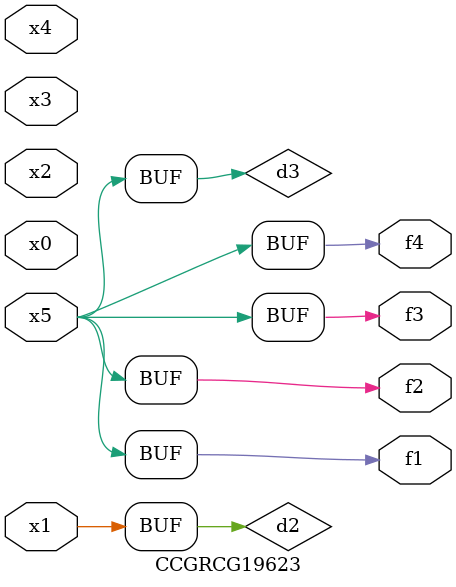
<source format=v>
module CCGRCG19623(
	input x0, x1, x2, x3, x4, x5,
	output f1, f2, f3, f4
);

	wire d1, d2, d3;

	not (d1, x5);
	or (d2, x1);
	xnor (d3, d1);
	assign f1 = d3;
	assign f2 = d3;
	assign f3 = d3;
	assign f4 = d3;
endmodule

</source>
